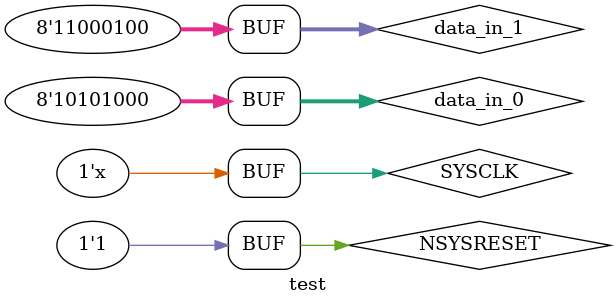
<source format=v>

`timescale 1ns/100ps

module test;

parameter SYSCLK_PERIOD = 20;// 50MHZ

reg SYSCLK;
reg NSYSRESET;
reg [7:0]data_in_0, data_in_1;
wire SPISDO_0, SPISDO_1, SPISCLKO, SPIMODE, SPIRXAVAIL;
wire [7:0]data_0, data_1;

initial
begin
    SYSCLK = 1'b0;
    NSYSRESET = 1'b0;
end

//////////////////////////////////////////////////////////////////////
// Reset Pulse
//////////////////////////////////////////////////////////////////////
initial
begin
    #(SYSCLK_PERIOD * 10 )
        NSYSRESET = 1'b1;
end


//////////////////////////////////////////////////////////////////////
// Clock Driver
//////////////////////////////////////////////////////////////////////
always @(SYSCLK)
    #(SYSCLK_PERIOD / 2.0) SYSCLK <= !SYSCLK;

initial
begin
    data_in_0 <= 8'h32;
    data_in_1 <= 8'h45;
    #(SYSCLK_PERIOD * 2000 )

    data_in_0 <= 8'hAB;
    data_in_1 <= 8'hCD;
    #(SYSCLK_PERIOD * 2000 )

    data_in_0 <= 8'hFF;
    data_in_1 <= 8'h97;
    #(SYSCLK_PERIOD * 2000 )

    data_in_0 <= 8'h64;
    data_in_1 <= 8'h88;
    #(SYSCLK_PERIOD * 2000 )

    data_in_0 <= 8'h36;
    data_in_1 <= 8'h78;
    #(SYSCLK_PERIOD * 2000 )

    data_in_0 <= 8'h38;
    data_in_1 <= 8'h96;
    #(SYSCLK_PERIOD * 2000 )

    data_in_0 <= 8'hA8;
    data_in_1 <= 8'hC4;

end
//////////////////////////////////////////////////////////////////////
// Instantiate Unit Under Test:  top_0
//////////////////////////////////////////////////////////////////////
top_0 top_0_0 (
    // Inputs
    .PCLK(SYSCLK),
    .PRESETN(NSYSRESET),
    .data_in_0(data_in_0),
    .data_in_1(data_in_1),

    // Outputs
    .SPISDO_0(SPISDO_0),
    .SPIMODE(SPIMODE),
    .SPISCLKO(SPISCLKO),
    .SPISDO_1(SPISDO_1),
    .data_0(data_0),
    .data_1(data_1),
    .SPIRXAVAIL(SPIRXAVAIL)

    // Inouts

);

endmodule


</source>
